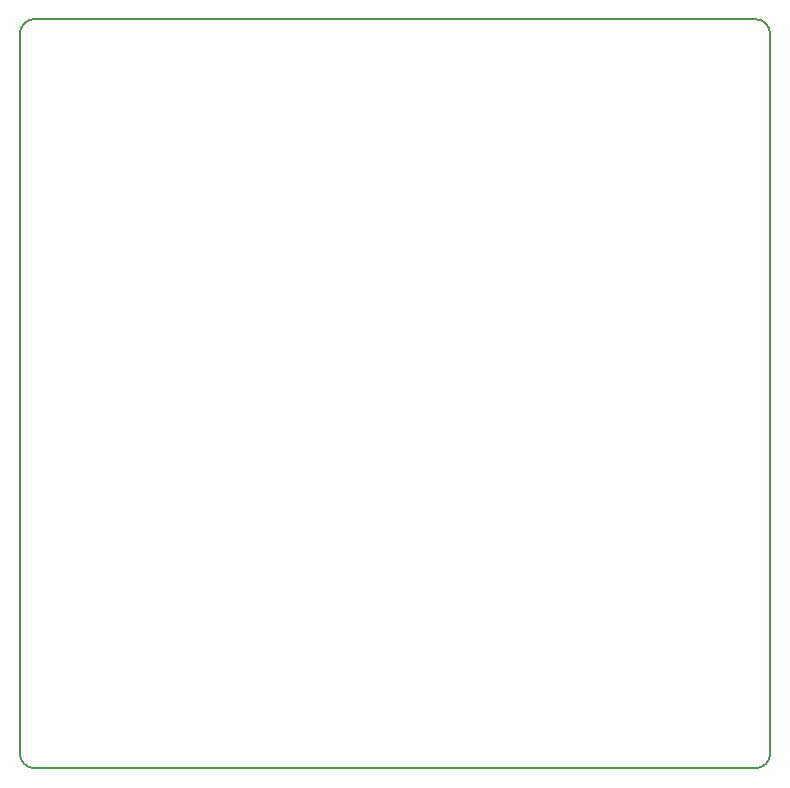
<source format=gm1>
G04 #@! TF.FileFunction,Profile,NP*
%FSLAX46Y46*%
G04 Gerber Fmt 4.6, Leading zero omitted, Abs format (unit mm)*
G04 Created by KiCad (PCBNEW 4.0.7) date 08/08/19 12:55:23*
%MOMM*%
%LPD*%
G01*
G04 APERTURE LIST*
%ADD10C,0.100000*%
%ADD11C,0.150000*%
G04 APERTURE END LIST*
D10*
D11*
X182285000Y-63500000D02*
G75*
G03X181015000Y-62230000I-1270000J0D01*
G01*
X182285000Y-63500000D02*
X182285000Y-124400000D01*
X120015000Y-125670000D02*
X181015000Y-125670000D01*
X118745000Y-124400000D02*
G75*
G03X120015000Y-125670000I1270000J0D01*
G01*
X181015000Y-125670000D02*
G75*
G03X182285000Y-124400000I0J1270000D01*
G01*
X120015000Y-62230000D02*
G75*
G03X118745000Y-63500000I0J-1270000D01*
G01*
X118745000Y-63500000D02*
X118745000Y-124400000D01*
X120015000Y-62230000D02*
X181015000Y-62230000D01*
M02*

</source>
